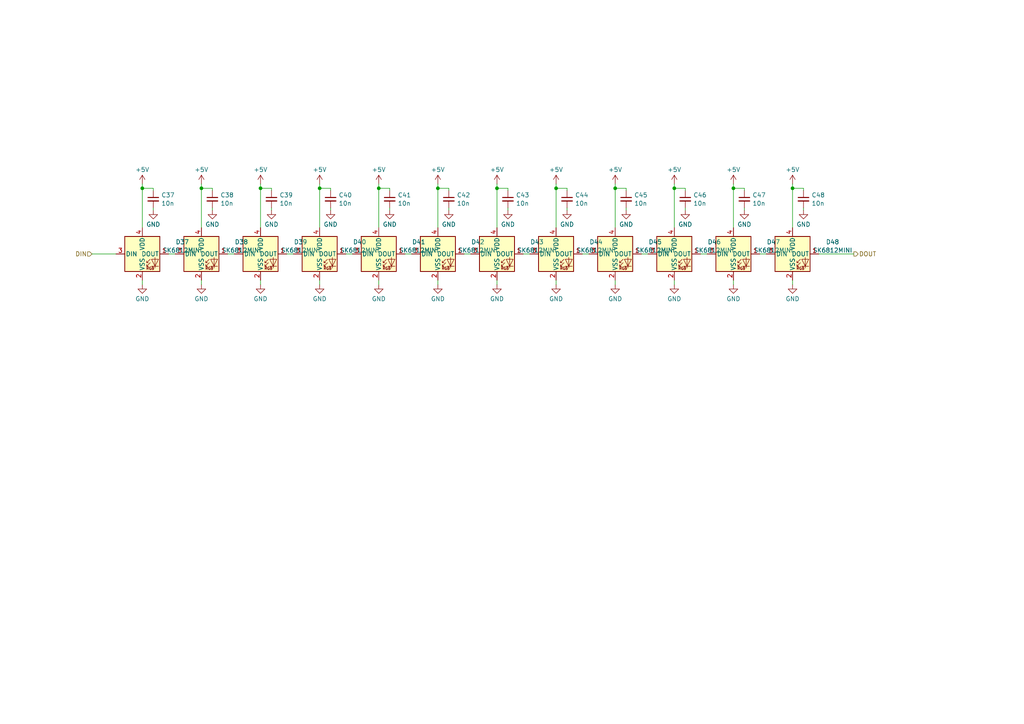
<source format=kicad_sch>
(kicad_sch (version 20231120) (generator "eeschema") (generator_version "8.0")
  (paper "A4")
  (lib_symbols
    (symbol "Device:C_Small" (pin_numbers hide) (pin_names (offset 0.254) hide)
      (property "Reference" "C" (at 0.254 1.778 0))
      (property "Value" "C_Small" (at 0.254 -2.032 0))
      (symbol "C_Small_0_1"
        (polyline (pts (xy -1.524 -0.508) (xy 1.524 -0.508)) (stroke (width 0.3302)))
        (polyline (pts (xy -1.524 0.508) (xy 1.524 0.508)) (stroke (width 0.3048)))
      )
      (symbol "C_Small_1_1"
        (pin passive line (at 0 2.54 270) (length 2.032) (name "~") (number "1"))
        (pin passive line (at 0 -2.54 90) (length 2.032) (name "~") (number "2"))
      )
    )
    (symbol "LED:SK6812MINI" (pin_names (offset 0.254))
      (property "Reference" "D" (at 5.08 5.715 0))
      (property "Value" "SK6812MINI" (at 1.27 -5.715 0))
      (symbol "SK6812MINI_0_0"
        (text "RGB" (at 2.286 -4.191 0) (effects (font (size 0.762 0.762))))
      )
      (symbol "SK6812MINI_0_1"
        (polyline (pts (xy 1.27 -3.556) (xy 1.778 -3.556)))
        (polyline (pts (xy 1.27 -2.54) (xy 1.778 -2.54)))
        (polyline (pts (xy 4.699 -3.556) (xy 2.667 -3.556)))
        (polyline (pts (xy 2.286 -2.54) (xy 1.27 -3.556) (xy 1.27 -3.048)))
        (polyline (pts (xy 2.286 -1.524) (xy 1.27 -2.54) (xy 1.27 -2.032)))
        (polyline (pts (xy 3.683 -1.016) (xy 3.683 -3.556) (xy 3.683 -4.064)))
        (polyline (pts (xy 4.699 -1.524) (xy 2.667 -1.524) (xy 3.683 -3.556) (xy 4.699 -1.524)))
        (rectangle (start 5.08 5.08) (end -5.08 -5.08) (stroke (width 0.254)) (fill (type background)))
      )
      (symbol "SK6812MINI_1_1"
        (pin output line (at 7.62 0 180) (length 2.54) (name "DOUT") (number "1"))
        (pin power_in line (at 0 -7.62 90) (length 2.54) (name "VSS") (number "2"))
        (pin input line (at -7.62 0 0) (length 2.54) (name "DIN") (number "3"))
        (pin power_in line (at 0 7.62 270) (length 2.54) (name "VDD") (number "4"))
      )
    )
    (symbol "power:+5V" (power) (pin_names (offset 0))
      (property "Value" "+5V" (at 0 3.556 0))
      (symbol "+5V_0_1"
        (polyline (pts (xy -0.762 1.27) (xy 0 2.54)))
        (polyline (pts (xy 0 0) (xy 0 2.54)))
        (polyline (pts (xy 0 2.54) (xy 0.762 1.27)))
      )
      (symbol "+5V_1_1"
        (pin power_in line (at 0 0 90) (length 0) hide (name "+5V") (number "1"))
      )
    )
    (symbol "power:GND" (power) (pin_names (offset 0))
      (property "Value" "GND" (at 0 -3.81 0))
      (symbol "GND_0_1"
        (polyline (pts (xy 0 0) (xy 0 -1.27) (xy 1.27 -1.27) (xy 0 -2.54) (xy -1.27 -1.27) (xy 0 -1.27)))
      )
      (symbol "GND_1_1"
        (pin power_in line (at 0 0 270) (length 0) hide (name "GND") (number "1"))
      )
    )
  )
  (junction (at 229.87 54.61))
  (junction (at 212.725 54.61))
  (junction (at 127 54.61))
  (junction (at 92.71 54.61))
  (junction (at 58.42 54.61))
  (junction (at 178.435 54.61))
  (junction (at 161.29 54.61))
  (junction (at 109.855 54.61))
  (junction (at 41.275 54.61))
  (junction (at 195.58 54.61))
  (junction (at 144.145 54.61))
  (junction (at 75.565 54.61))
  (wire (pts (xy 78.74 60.325) (xy 78.74 60.96)))
  (wire (pts (xy 127 54.61) (xy 130.175 54.61)))
  (wire (pts (xy 41.275 54.61) (xy 44.45 54.61)))
  (wire (pts (xy 195.58 81.28) (xy 195.58 82.55)))
  (wire (pts (xy 164.465 60.325) (xy 164.465 60.96)))
  (wire (pts (xy 95.885 54.61) (xy 95.885 55.245)))
  (wire (pts (xy 178.435 54.61) (xy 181.61 54.61)))
  (wire (pts (xy 178.435 54.61) (xy 178.435 66.04)))
  (wire (pts (xy 144.145 53.34) (xy 144.145 54.61)))
  (wire (pts (xy 195.58 54.61) (xy 198.755 54.61)))
  (wire (pts (xy 58.42 54.61) (xy 61.595 54.61)))
  (wire (pts (xy 198.755 54.61) (xy 198.755 55.245)))
  (wire (pts (xy 44.45 54.61) (xy 44.45 55.245)))
  (wire (pts (xy 61.595 60.325) (xy 61.595 60.96)))
  (wire (pts (xy 198.755 60.325) (xy 198.755 60.96)))
  (wire (pts (xy 195.58 53.34) (xy 195.58 54.61)))
  (wire (pts (xy 117.475 73.66) (xy 119.38 73.66)))
  (wire (pts (xy 212.725 81.28) (xy 212.725 82.55)))
  (wire (pts (xy 220.345 73.66) (xy 222.25 73.66)))
  (wire (pts (xy 41.275 53.34) (xy 41.275 54.61)))
  (wire (pts (xy 109.855 54.61) (xy 109.855 66.04)))
  (wire (pts (xy 75.565 54.61) (xy 78.74 54.61)))
  (wire (pts (xy 212.725 54.61) (xy 215.9 54.61)))
  (wire (pts (xy 186.055 73.66) (xy 187.96 73.66)))
  (wire (pts (xy 147.32 54.61) (xy 147.32 55.245)))
  (wire (pts (xy 127 54.61) (xy 127 66.04)))
  (wire (pts (xy 147.32 60.325) (xy 147.32 60.96)))
  (wire (pts (xy 75.565 54.61) (xy 75.565 66.04)))
  (wire (pts (xy 95.885 60.325) (xy 95.885 60.96)))
  (wire (pts (xy 92.71 81.28) (xy 92.71 82.55)))
  (wire (pts (xy 144.145 54.61) (xy 147.32 54.61)))
  (wire (pts (xy 212.725 53.34) (xy 212.725 54.61)))
  (wire (pts (xy 229.87 81.28) (xy 229.87 82.55)))
  (wire (pts (xy 161.29 53.34) (xy 161.29 54.61)))
  (wire (pts (xy 237.49 73.66) (xy 247.65 73.66)))
  (wire (pts (xy 41.275 81.28) (xy 41.275 82.55)))
  (wire (pts (xy 161.29 81.28) (xy 161.29 82.55)))
  (wire (pts (xy 229.87 53.34) (xy 229.87 54.61)))
  (wire (pts (xy 151.765 73.66) (xy 153.67 73.66)))
  (wire (pts (xy 58.42 81.28) (xy 58.42 82.55)))
  (wire (pts (xy 48.895 73.66) (xy 50.8 73.66)))
  (wire (pts (xy 58.42 54.61) (xy 58.42 66.04)))
  (wire (pts (xy 127 81.28) (xy 127 82.55)))
  (wire (pts (xy 168.91 73.66) (xy 170.815 73.66)))
  (wire (pts (xy 130.175 60.325) (xy 130.175 60.96)))
  (wire (pts (xy 109.855 81.28) (xy 109.855 82.55)))
  (wire (pts (xy 178.435 53.34) (xy 178.435 54.61)))
  (wire (pts (xy 144.145 81.28) (xy 144.145 82.55)))
  (wire (pts (xy 26.67 73.66) (xy 33.655 73.66)))
  (wire (pts (xy 215.9 54.61) (xy 215.9 55.245)))
  (wire (pts (xy 92.71 54.61) (xy 95.885 54.61)))
  (wire (pts (xy 233.045 54.61) (xy 233.045 55.245)))
  (wire (pts (xy 215.9 60.325) (xy 215.9 60.96)))
  (wire (pts (xy 109.855 54.61) (xy 113.03 54.61)))
  (wire (pts (xy 178.435 81.28) (xy 178.435 82.55)))
  (wire (pts (xy 113.03 54.61) (xy 113.03 55.245)))
  (wire (pts (xy 164.465 54.61) (xy 164.465 55.245)))
  (wire (pts (xy 229.87 54.61) (xy 233.045 54.61)))
  (wire (pts (xy 212.725 54.61) (xy 212.725 66.04)))
  (wire (pts (xy 100.33 73.66) (xy 102.235 73.66)))
  (wire (pts (xy 75.565 81.28) (xy 75.565 82.55)))
  (wire (pts (xy 92.71 54.61) (xy 92.71 66.04)))
  (wire (pts (xy 83.185 73.66) (xy 85.09 73.66)))
  (wire (pts (xy 113.03 60.325) (xy 113.03 60.96)))
  (wire (pts (xy 130.175 54.61) (xy 130.175 55.245)))
  (wire (pts (xy 181.61 60.325) (xy 181.61 60.96)))
  (wire (pts (xy 78.74 54.61) (xy 78.74 55.245)))
  (wire (pts (xy 134.62 73.66) (xy 136.525 73.66)))
  (wire (pts (xy 181.61 54.61) (xy 181.61 55.245)))
  (wire (pts (xy 109.855 53.34) (xy 109.855 54.61)))
  (wire (pts (xy 41.275 54.61) (xy 41.275 66.04)))
  (wire (pts (xy 195.58 54.61) (xy 195.58 66.04)))
  (wire (pts (xy 127 53.34) (xy 127 54.61)))
  (wire (pts (xy 61.595 54.61) (xy 61.595 55.245)))
  (wire (pts (xy 144.145 54.61) (xy 144.145 66.04)))
  (wire (pts (xy 233.045 60.325) (xy 233.045 60.96)))
  (wire (pts (xy 92.71 53.34) (xy 92.71 54.61)))
  (wire (pts (xy 161.29 54.61) (xy 164.465 54.61)))
  (wire (pts (xy 203.2 73.66) (xy 205.105 73.66)))
  (wire (pts (xy 66.04 73.66) (xy 67.945 73.66)))
  (wire (pts (xy 161.29 54.61) (xy 161.29 66.04)))
  (wire (pts (xy 58.42 53.34) (xy 58.42 54.61)))
  (wire (pts (xy 229.87 54.61) (xy 229.87 66.04)))
  (wire (pts (xy 44.45 60.325) (xy 44.45 60.96)))
  (wire (pts (xy 75.565 53.34) (xy 75.565 54.61)))
  (hierarchical_label "DOUT" (shape output) (at 247.65 73.66 0))
  (hierarchical_label "DIN" (shape input) (at 26.67 73.66 180))
  (symbol (lib_id "LED:SK6812MINI") (at 92.71 73.66 0) (unit 1)
    (property "Reference" "D40" (at 104.3177 70.1858 0))
    (property "Value" "SK6812MINI" (at 104.3177 72.61 0))
    (property "Footprint" "local:LED_SK6812MINI_PLCC4_3.5x3.5mm_P1.75mm" (effects (hide yes)))
    (property "Datasheet" "https://cdn-shop.adafruit.com/product-files/2686/SK6812MINI_REV.01-1-2.pdf" (effects (hide yes)))
    (instances (project "96leds" (path "" (reference "D40") (unit 1)) (path "" (reference "D28") (unit 1)) (path "" (reference "D88") (unit 1)) (path "" (reference "D76") (unit 1)) (path "" (reference "D4") (unit 1)) (path "" (reference "D16") (unit 1)) (path "" (reference "D64") (unit 1)) (path "" (reference "D52") (unit 1))))
  )
  (symbol (lib_id "Device:C_Small") (at 147.32 57.785 0) (unit 1)
    (property "Reference" "C43" (at 149.6441 56.5792 0) (effects (justify left)))
    (property "Value" "10n" (at 149.6441 59.0034 0) (effects (justify left)))
    (property "Footprint" "Capacitor_SMD:C_0603_1608Metric" (effects (hide yes)))
    (instances (project "96leds" (path "" (reference "C43") (unit 1)) (path "" (reference "C31") (unit 1)) (path "" (reference "C91") (unit 1)) (path "" (reference "C79") (unit 1)) (path "" (reference "C7") (unit 1)) (path "" (reference "C19") (unit 1)) (path "" (reference "C67") (unit 1)) (path "" (reference "C55") (unit 1))))
  )
  (symbol (lib_id "Device:C_Small") (at 164.465 57.785 0) (unit 1)
    (property "Reference" "C44" (at 166.7891 56.5792 0) (effects (justify left)))
    (property "Value" "10n" (at 166.7891 59.0034 0) (effects (justify left)))
    (property "Footprint" "Capacitor_SMD:C_0603_1608Metric" (effects (hide yes)))
    (instances (project "96leds" (path "" (reference "C44") (unit 1)) (path "" (reference "C32") (unit 1)) (path "" (reference "C92") (unit 1)) (path "" (reference "C80") (unit 1)) (path "" (reference "C8") (unit 1)) (path "" (reference "C20") (unit 1)) (path "" (reference "C68") (unit 1)) (path "" (reference "C56") (unit 1))))
  )
  (symbol (lib_id "power:+5V") (at 195.58 53.34 0) (unit 1)
    (property "Reference" "#PWR030" (effects (hide yes)))
    (property "Value" "+5V" (at 195.58 49.2069 0))
    (instances (project "96leds" (path "" (reference "#PWR030") (unit 1)) (path "" (reference "#PWR066") (unit 1)) (path "" (reference "#PWR0138") (unit 1)) (path "" (reference "#PWR0102") (unit 1)) (path "" (reference "#PWR0210") (unit 1)) (path "" (reference "#PWR0174") (unit 1)) (path "" (reference "#PWR0282") (unit 1)) (path "" (reference "#PWR0246") (unit 1))))
  )
  (symbol (lib_id "power:+5V") (at 41.275 53.34 0) (unit 1)
    (property "Reference" "#PWR03" (effects (hide yes)))
    (property "Value" "+5V" (at 41.275 49.2069 0))
    (instances (project "96leds" (path "" (reference "#PWR03") (unit 1)) (path "" (reference "#PWR039") (unit 1)) (path "" (reference "#PWR0111") (unit 1)) (path "" (reference "#PWR075") (unit 1)) (path "" (reference "#PWR0183") (unit 1)) (path "" (reference "#PWR0147") (unit 1)) (path "" (reference "#PWR0255") (unit 1)) (path "" (reference "#PWR0219") (unit 1))))
  )
  (symbol (lib_id "power:+5V") (at 92.71 53.34 0) (unit 1)
    (property "Reference" "#PWR012" (effects (hide yes)))
    (property "Value" "+5V" (at 92.71 49.2069 0))
    (instances (project "96leds" (path "" (reference "#PWR012") (unit 1)) (path "" (reference "#PWR048") (unit 1)) (path "" (reference "#PWR0120") (unit 1)) (path "" (reference "#PWR084") (unit 1)) (path "" (reference "#PWR0192") (unit 1)) (path "" (reference "#PWR0156") (unit 1)) (path "" (reference "#PWR0264") (unit 1)) (path "" (reference "#PWR0228") (unit 1))))
  )
  (symbol (lib_id "power:GND") (at 127 82.55 0) (unit 1)
    (property "Reference" "#PWR019" (effects (hide yes)))
    (property "Value" "GND" (at 127 86.6831 0))
    (instances (project "96leds" (path "" (reference "#PWR019") (unit 1)) (path "" (reference "#PWR055") (unit 1)) (path "" (reference "#PWR0127") (unit 1)) (path "" (reference "#PWR091") (unit 1)) (path "" (reference "#PWR0199") (unit 1)) (path "" (reference "#PWR0163") (unit 1)) (path "" (reference "#PWR0271") (unit 1)) (path "" (reference "#PWR0235") (unit 1))))
  )
  (symbol (lib_id "LED:SK6812MINI") (at 178.435 73.66 0) (unit 1)
    (property "Reference" "D45" (at 190.0427 70.1858 0))
    (property "Value" "SK6812MINI" (at 190.0427 72.61 0))
    (property "Footprint" "local:LED_SK6812MINI_PLCC4_3.5x3.5mm_P1.75mm" (effects (hide yes)))
    (property "Datasheet" "https://cdn-shop.adafruit.com/product-files/2686/SK6812MINI_REV.01-1-2.pdf" (effects (hide yes)))
    (instances (project "96leds" (path "" (reference "D45") (unit 1)) (path "" (reference "D33") (unit 1)) (path "" (reference "D93") (unit 1)) (path "" (reference "D81") (unit 1)) (path "" (reference "D9") (unit 1)) (path "" (reference "D21") (unit 1)) (path "" (reference "D69") (unit 1)) (path "" (reference "D57") (unit 1))))
  )
  (symbol (lib_id "power:GND") (at 198.755 60.96 0) (unit 1)
    (property "Reference" "#PWR032" (effects (hide yes)))
    (property "Value" "GND" (at 198.755 65.0931 0))
    (instances (project "96leds" (path "" (reference "#PWR032") (unit 1)) (path "" (reference "#PWR068") (unit 1)) (path "" (reference "#PWR0140") (unit 1)) (path "" (reference "#PWR0104") (unit 1)) (path "" (reference "#PWR0212") (unit 1)) (path "" (reference "#PWR0176") (unit 1)) (path "" (reference "#PWR0284") (unit 1)) (path "" (reference "#PWR0248") (unit 1))))
  )
  (symbol (lib_id "power:GND") (at 181.61 60.96 0) (unit 1)
    (property "Reference" "#PWR029" (effects (hide yes)))
    (property "Value" "GND" (at 181.61 65.0931 0))
    (instances (project "96leds" (path "" (reference "#PWR029") (unit 1)) (path "" (reference "#PWR065") (unit 1)) (path "" (reference "#PWR0137") (unit 1)) (path "" (reference "#PWR0101") (unit 1)) (path "" (reference "#PWR0209") (unit 1)) (path "" (reference "#PWR0173") (unit 1)) (path "" (reference "#PWR0281") (unit 1)) (path "" (reference "#PWR0245") (unit 1))))
  )
  (symbol (lib_id "Device:C_Small") (at 215.9 57.785 0) (unit 1)
    (property "Reference" "C47" (at 218.2241 56.5792 0) (effects (justify left)))
    (property "Value" "10n" (at 218.2241 59.0034 0) (effects (justify left)))
    (property "Footprint" "Capacitor_SMD:C_0603_1608Metric" (effects (hide yes)))
    (instances (project "96leds" (path "" (reference "C47") (unit 1)) (path "" (reference "C35") (unit 1)) (path "" (reference "C95") (unit 1)) (path "" (reference "C83") (unit 1)) (path "" (reference "C11") (unit 1)) (path "" (reference "C23") (unit 1)) (path "" (reference "C71") (unit 1)) (path "" (reference "C59") (unit 1))))
  )
  (symbol (lib_id "power:+5V") (at 212.725 53.34 0) (unit 1)
    (property "Reference" "#PWR033" (effects (hide yes)))
    (property "Value" "+5V" (at 212.725 49.2069 0))
    (instances (project "96leds" (path "" (reference "#PWR033") (unit 1)) (path "" (reference "#PWR069") (unit 1)) (path "" (reference "#PWR0141") (unit 1)) (path "" (reference "#PWR0105") (unit 1)) (path "" (reference "#PWR0213") (unit 1)) (path "" (reference "#PWR0177") (unit 1)) (path "" (reference "#PWR0285") (unit 1)) (path "" (reference "#PWR0249") (unit 1))))
  )
  (symbol (lib_id "power:GND") (at 41.275 82.55 0) (unit 1)
    (property "Reference" "#PWR04" (effects (hide yes)))
    (property "Value" "GND" (at 41.275 86.6831 0))
    (instances (project "96leds" (path "" (reference "#PWR04") (unit 1)) (path "" (reference "#PWR040") (unit 1)) (path "" (reference "#PWR0112") (unit 1)) (path "" (reference "#PWR076") (unit 1)) (path "" (reference "#PWR0184") (unit 1)) (path "" (reference "#PWR0148") (unit 1)) (path "" (reference "#PWR0256") (unit 1)) (path "" (reference "#PWR0220") (unit 1))))
  )
  (symbol (lib_id "power:GND") (at 61.595 60.96 0) (unit 1)
    (property "Reference" "#PWR08" (effects (hide yes)))
    (property "Value" "GND" (at 61.595 65.0931 0))
    (instances (project "96leds" (path "" (reference "#PWR08") (unit 1)) (path "" (reference "#PWR044") (unit 1)) (path "" (reference "#PWR0116") (unit 1)) (path "" (reference "#PWR080") (unit 1)) (path "" (reference "#PWR0188") (unit 1)) (path "" (reference "#PWR0152") (unit 1)) (path "" (reference "#PWR0260") (unit 1)) (path "" (reference "#PWR0224") (unit 1))))
  )
  (symbol (lib_id "LED:SK6812MINI") (at 212.725 73.66 0) (unit 1)
    (property "Reference" "D47" (at 224.3327 70.1858 0))
    (property "Value" "SK6812MINI" (at 224.3327 72.61 0))
    (property "Footprint" "local:LED_SK6812MINI_PLCC4_3.5x3.5mm_P1.75mm" (effects (hide yes)))
    (property "Datasheet" "https://cdn-shop.adafruit.com/product-files/2686/SK6812MINI_REV.01-1-2.pdf" (effects (hide yes)))
    (instances (project "96leds" (path "" (reference "D47") (unit 1)) (path "" (reference "D35") (unit 1)) (path "" (reference "D95") (unit 1)) (path "" (reference "D83") (unit 1)) (path "" (reference "D11") (unit 1)) (path "" (reference "D23") (unit 1)) (path "" (reference "D71") (unit 1)) (path "" (reference "D59") (unit 1))))
  )
  (symbol (lib_id "power:GND") (at 212.725 82.55 0) (unit 1)
    (property "Reference" "#PWR034" (effects (hide yes)))
    (property "Value" "GND" (at 212.725 86.6831 0))
    (instances (project "96leds" (path "" (reference "#PWR034") (unit 1)) (path "" (reference "#PWR070") (unit 1)) (path "" (reference "#PWR0142") (unit 1)) (path "" (reference "#PWR0106") (unit 1)) (path "" (reference "#PWR0214") (unit 1)) (path "" (reference "#PWR0178") (unit 1)) (path "" (reference "#PWR0286") (unit 1)) (path "" (reference "#PWR0250") (unit 1))))
  )
  (symbol (lib_id "Device:C_Small") (at 78.74 57.785 0) (unit 1)
    (property "Reference" "C39" (at 81.0641 56.5792 0) (effects (justify left)))
    (property "Value" "10n" (at 81.0641 59.0034 0) (effects (justify left)))
    (property "Footprint" "Capacitor_SMD:C_0603_1608Metric" (effects (hide yes)))
    (instances (project "96leds" (path "" (reference "C39") (unit 1)) (path "" (reference "C27") (unit 1)) (path "" (reference "C87") (unit 1)) (path "" (reference "C75") (unit 1)) (path "" (reference "C3") (unit 1)) (path "" (reference "C15") (unit 1)) (path "" (reference "C63") (unit 1)) (path "" (reference "C51") (unit 1))))
  )
  (symbol (lib_id "Device:C_Small") (at 95.885 57.785 0) (unit 1)
    (property "Reference" "C40" (at 98.2091 56.5792 0) (effects (justify left)))
    (property "Value" "10n" (at 98.2091 59.0034 0) (effects (justify left)))
    (property "Footprint" "Capacitor_SMD:C_0603_1608Metric" (effects (hide yes)))
    (instances (project "96leds" (path "" (reference "C40") (unit 1)) (path "" (reference "C28") (unit 1)) (path "" (reference "C88") (unit 1)) (path "" (reference "C76") (unit 1)) (path "" (reference "C4") (unit 1)) (path "" (reference "C16") (unit 1)) (path "" (reference "C64") (unit 1)) (path "" (reference "C52") (unit 1))))
  )
  (symbol (lib_id "Device:C_Small") (at 233.045 57.785 0) (unit 1)
    (property "Reference" "C48" (at 235.3691 56.5792 0) (effects (justify left)))
    (property "Value" "10n" (at 235.3691 59.0034 0) (effects (justify left)))
    (property "Footprint" "Capacitor_SMD:C_0603_1608Metric" (effects (hide yes)))
    (instances (project "96leds" (path "" (reference "C48") (unit 1)) (path "" (reference "C36") (unit 1)) (path "" (reference "C96") (unit 1)) (path "" (reference "C84") (unit 1)) (path "" (reference "C12") (unit 1)) (path "" (reference "C24") (unit 1)) (path "" (reference "C72") (unit 1)) (path "" (reference "C60") (unit 1))))
  )
  (symbol (lib_id "power:GND") (at 229.87 82.55 0) (unit 1)
    (property "Reference" "#PWR037" (effects (hide yes)))
    (property "Value" "GND" (at 229.87 86.6831 0))
    (instances (project "96leds" (path "" (reference "#PWR037") (unit 1)) (path "" (reference "#PWR073") (unit 1)) (path "" (reference "#PWR0145") (unit 1)) (path "" (reference "#PWR0109") (unit 1)) (path "" (reference "#PWR0217") (unit 1)) (path "" (reference "#PWR0181") (unit 1)) (path "" (reference "#PWR0289") (unit 1)) (path "" (reference "#PWR0253") (unit 1))))
  )
  (symbol (lib_id "LED:SK6812MINI") (at 144.145 73.66 0) (unit 1)
    (property "Reference" "D43" (at 155.7527 70.1858 0))
    (property "Value" "SK6812MINI" (at 155.7527 72.61 0))
    (property "Footprint" "local:LED_SK6812MINI_PLCC4_3.5x3.5mm_P1.75mm" (effects (hide yes)))
    (property "Datasheet" "https://cdn-shop.adafruit.com/product-files/2686/SK6812MINI_REV.01-1-2.pdf" (effects (hide yes)))
    (instances (project "96leds" (path "" (reference "D43") (unit 1)) (path "" (reference "D31") (unit 1)) (path "" (reference "D91") (unit 1)) (path "" (reference "D79") (unit 1)) (path "" (reference "D7") (unit 1)) (path "" (reference "D19") (unit 1)) (path "" (reference "D67") (unit 1)) (path "" (reference "D55") (unit 1))))
  )
  (symbol (lib_id "power:GND") (at 44.45 60.96 0) (unit 1)
    (property "Reference" "#PWR05" (effects (hide yes)))
    (property "Value" "GND" (at 44.45 65.0931 0))
    (instances (project "96leds" (path "" (reference "#PWR05") (unit 1)) (path "" (reference "#PWR041") (unit 1)) (path "" (reference "#PWR0113") (unit 1)) (path "" (reference "#PWR077") (unit 1)) (path "" (reference "#PWR0185") (unit 1)) (path "" (reference "#PWR0149") (unit 1)) (path "" (reference "#PWR0257") (unit 1)) (path "" (reference "#PWR0221") (unit 1))))
  )
  (symbol (lib_id "Device:C_Small") (at 181.61 57.785 0) (unit 1)
    (property "Reference" "C45" (at 183.9341 56.5792 0) (effects (justify left)))
    (property "Value" "10n" (at 183.9341 59.0034 0) (effects (justify left)))
    (property "Footprint" "Capacitor_SMD:C_0603_1608Metric" (effects (hide yes)))
    (instances (project "96leds" (path "" (reference "C45") (unit 1)) (path "" (reference "C33") (unit 1)) (path "" (reference "C93") (unit 1)) (path "" (reference "C81") (unit 1)) (path "" (reference "C9") (unit 1)) (path "" (reference "C21") (unit 1)) (path "" (reference "C69") (unit 1)) (path "" (reference "C57") (unit 1))))
  )
  (symbol (lib_id "power:GND") (at 130.175 60.96 0) (unit 1)
    (property "Reference" "#PWR020" (effects (hide yes)))
    (property "Value" "GND" (at 130.175 65.0931 0))
    (instances (project "96leds" (path "" (reference "#PWR020") (unit 1)) (path "" (reference "#PWR056") (unit 1)) (path "" (reference "#PWR0128") (unit 1)) (path "" (reference "#PWR092") (unit 1)) (path "" (reference "#PWR0200") (unit 1)) (path "" (reference "#PWR0164") (unit 1)) (path "" (reference "#PWR0272") (unit 1)) (path "" (reference "#PWR0236") (unit 1))))
  )
  (symbol (lib_id "power:GND") (at 113.03 60.96 0) (unit 1)
    (property "Reference" "#PWR017" (effects (hide yes)))
    (property "Value" "GND" (at 113.03 65.0931 0))
    (instances (project "96leds" (path "" (reference "#PWR017") (unit 1)) (path "" (reference "#PWR053") (unit 1)) (path "" (reference "#PWR0125") (unit 1)) (path "" (reference "#PWR089") (unit 1)) (path "" (reference "#PWR0197") (unit 1)) (path "" (reference "#PWR0161") (unit 1)) (path "" (reference "#PWR0269") (unit 1)) (path "" (reference "#PWR0233") (unit 1))))
  )
  (symbol (lib_id "power:GND") (at 233.045 60.96 0) (unit 1)
    (property "Reference" "#PWR038" (effects (hide yes)))
    (property "Value" "GND" (at 233.045 65.0931 0))
    (instances (project "96leds" (path "" (reference "#PWR038") (unit 1)) (path "" (reference "#PWR074") (unit 1)) (path "" (reference "#PWR0146") (unit 1)) (path "" (reference "#PWR0110") (unit 1)) (path "" (reference "#PWR0218") (unit 1)) (path "" (reference "#PWR0182") (unit 1)) (path "" (reference "#PWR0290") (unit 1)) (path "" (reference "#PWR0254") (unit 1))))
  )
  (symbol (lib_id "power:+5V") (at 58.42 53.34 0) (unit 1)
    (property "Reference" "#PWR06" (effects (hide yes)))
    (property "Value" "+5V" (at 58.42 49.2069 0))
    (instances (project "96leds" (path "" (reference "#PWR06") (unit 1)) (path "" (reference "#PWR042") (unit 1)) (path "" (reference "#PWR0114") (unit 1)) (path "" (reference "#PWR078") (unit 1)) (path "" (reference "#PWR0186") (unit 1)) (path "" (reference "#PWR0150") (unit 1)) (path "" (reference "#PWR0258") (unit 1)) (path "" (reference "#PWR0222") (unit 1))))
  )
  (symbol (lib_id "power:GND") (at 75.565 82.55 0) (unit 1)
    (property "Reference" "#PWR010" (effects (hide yes)))
    (property "Value" "GND" (at 75.565 86.6831 0))
    (instances (project "96leds" (path "" (reference "#PWR010") (unit 1)) (path "" (reference "#PWR046") (unit 1)) (path "" (reference "#PWR0118") (unit 1)) (path "" (reference "#PWR082") (unit 1)) (path "" (reference "#PWR0190") (unit 1)) (path "" (reference "#PWR0154") (unit 1)) (path "" (reference "#PWR0262") (unit 1)) (path "" (reference "#PWR0226") (unit 1))))
  )
  (symbol (lib_id "power:+5V") (at 161.29 53.34 0) (unit 1)
    (property "Reference" "#PWR024" (effects (hide yes)))
    (property "Value" "+5V" (at 161.29 49.2069 0))
    (instances (project "96leds" (path "" (reference "#PWR024") (unit 1)) (path "" (reference "#PWR060") (unit 1)) (path "" (reference "#PWR0132") (unit 1)) (path "" (reference "#PWR096") (unit 1)) (path "" (reference "#PWR0204") (unit 1)) (path "" (reference "#PWR0168") (unit 1)) (path "" (reference "#PWR0276") (unit 1)) (path "" (reference "#PWR0240") (unit 1))))
  )
  (symbol (lib_id "LED:SK6812MINI") (at 75.565 73.66 0) (unit 1)
    (property "Reference" "D39" (at 87.1727 70.1858 0))
    (property "Value" "SK6812MINI" (at 87.1727 72.61 0))
    (property "Footprint" "local:LED_SK6812MINI_PLCC4_3.5x3.5mm_P1.75mm" (effects (hide yes)))
    (property "Datasheet" "https://cdn-shop.adafruit.com/product-files/2686/SK6812MINI_REV.01-1-2.pdf" (effects (hide yes)))
    (instances (project "96leds" (path "" (reference "D39") (unit 1)) (path "" (reference "D27") (unit 1)) (path "" (reference "D87") (unit 1)) (path "" (reference "D75") (unit 1)) (path "" (reference "D3") (unit 1)) (path "" (reference "D15") (unit 1)) (path "" (reference "D63") (unit 1)) (path "" (reference "D51") (unit 1))))
  )
  (symbol (lib_id "power:GND") (at 58.42 82.55 0) (unit 1)
    (property "Reference" "#PWR07" (effects (hide yes)))
    (property "Value" "GND" (at 58.42 86.6831 0))
    (instances (project "96leds" (path "" (reference "#PWR07") (unit 1)) (path "" (reference "#PWR043") (unit 1)) (path "" (reference "#PWR0115") (unit 1)) (path "" (reference "#PWR079") (unit 1)) (path "" (reference "#PWR0187") (unit 1)) (path "" (reference "#PWR0151") (unit 1)) (path "" (reference "#PWR0259") (unit 1)) (path "" (reference "#PWR0223") (unit 1))))
  )
  (symbol (lib_id "power:+5V") (at 229.87 53.34 0) (unit 1)
    (property "Reference" "#PWR036" (effects (hide yes)))
    (property "Value" "+5V" (at 229.87 49.2069 0))
    (instances (project "96leds" (path "" (reference "#PWR036") (unit 1)) (path "" (reference "#PWR072") (unit 1)) (path "" (reference "#PWR0144") (unit 1)) (path "" (reference "#PWR0108") (unit 1)) (path "" (reference "#PWR0216") (unit 1)) (path "" (reference "#PWR0180") (unit 1)) (path "" (reference "#PWR0288") (unit 1)) (path "" (reference "#PWR0252") (unit 1))))
  )
  (symbol (lib_id "LED:SK6812MINI") (at 127 73.66 0) (unit 1)
    (property "Reference" "D42" (at 138.6077 70.1858 0))
    (property "Value" "SK6812MINI" (at 138.6077 72.61 0))
    (property "Footprint" "local:LED_SK6812MINI_PLCC4_3.5x3.5mm_P1.75mm" (effects (hide yes)))
    (property "Datasheet" "https://cdn-shop.adafruit.com/product-files/2686/SK6812MINI_REV.01-1-2.pdf" (effects (hide yes)))
    (instances (project "96leds" (path "" (reference "D42") (unit 1)) (path "" (reference "D30") (unit 1)) (path "" (reference "D90") (unit 1)) (path "" (reference "D78") (unit 1)) (path "" (reference "D6") (unit 1)) (path "" (reference "D18") (unit 1)) (path "" (reference "D66") (unit 1)) (path "" (reference "D54") (unit 1))))
  )
  (symbol (lib_id "power:GND") (at 161.29 82.55 0) (unit 1)
    (property "Reference" "#PWR025" (effects (hide yes)))
    (property "Value" "GND" (at 161.29 86.6831 0))
    (instances (project "96leds" (path "" (reference "#PWR025") (unit 1)) (path "" (reference "#PWR061") (unit 1)) (path "" (reference "#PWR0133") (unit 1)) (path "" (reference "#PWR097") (unit 1)) (path "" (reference "#PWR0205") (unit 1)) (path "" (reference "#PWR0169") (unit 1)) (path "" (reference "#PWR0277") (unit 1)) (path "" (reference "#PWR0241") (unit 1))))
  )
  (symbol (lib_id "power:GND") (at 195.58 82.55 0) (unit 1)
    (property "Reference" "#PWR031" (effects (hide yes)))
    (property "Value" "GND" (at 195.58 86.6831 0))
    (instances (project "96leds" (path "" (reference "#PWR031") (unit 1)) (path "" (reference "#PWR067") (unit 1)) (path "" (reference "#PWR0139") (unit 1)) (path "" (reference "#PWR0103") (unit 1)) (path "" (reference "#PWR0211") (unit 1)) (path "" (reference "#PWR0175") (unit 1)) (path "" (reference "#PWR0283") (unit 1)) (path "" (reference "#PWR0247") (unit 1))))
  )
  (symbol (lib_id "power:+5V") (at 75.565 53.34 0) (unit 1)
    (property "Reference" "#PWR09" (effects (hide yes)))
    (property "Value" "+5V" (at 75.565 49.2069 0))
    (instances (project "96leds" (path "" (reference "#PWR09") (unit 1)) (path "" (reference "#PWR045") (unit 1)) (path "" (reference "#PWR0117") (unit 1)) (path "" (reference "#PWR081") (unit 1)) (path "" (reference "#PWR0189") (unit 1)) (path "" (reference "#PWR0153") (unit 1)) (path "" (reference "#PWR0261") (unit 1)) (path "" (reference "#PWR0225") (unit 1))))
  )
  (symbol (lib_id "Device:C_Small") (at 113.03 57.785 0) (unit 1)
    (property "Reference" "C41" (at 115.3541 56.5792 0) (effects (justify left)))
    (property "Value" "10n" (at 115.3541 59.0034 0) (effects (justify left)))
    (property "Footprint" "Capacitor_SMD:C_0603_1608Metric" (effects (hide yes)))
    (instances (project "96leds" (path "" (reference "C41") (unit 1)) (path "" (reference "C29") (unit 1)) (path "" (reference "C89") (unit 1)) (path "" (reference "C77") (unit 1)) (path "" (reference "C5") (unit 1)) (path "" (reference "C17") (unit 1)) (path "" (reference "C65") (unit 1)) (path "" (reference "C53") (unit 1))))
  )
  (symbol (lib_id "power:GND") (at 215.9 60.96 0) (unit 1)
    (property "Reference" "#PWR035" (effects (hide yes)))
    (property "Value" "GND" (at 215.9 65.0931 0))
    (instances (project "96leds" (path "" (reference "#PWR035") (unit 1)) (path "" (reference "#PWR071") (unit 1)) (path "" (reference "#PWR0143") (unit 1)) (path "" (reference "#PWR0107") (unit 1)) (path "" (reference "#PWR0215") (unit 1)) (path "" (reference "#PWR0179") (unit 1)) (path "" (reference "#PWR0287") (unit 1)) (path "" (reference "#PWR0251") (unit 1))))
  )
  (symbol (lib_id "Device:C_Small") (at 44.45 57.785 0) (unit 1)
    (property "Reference" "C37" (at 46.7741 56.5792 0) (effects (justify left)))
    (property "Value" "10n" (at 46.7741 59.0034 0) (effects (justify left)))
    (property "Footprint" "Capacitor_SMD:C_0603_1608Metric" (effects (hide yes)))
    (instances (project "96leds" (path "" (reference "C37") (unit 1)) (path "" (reference "C25") (unit 1)) (path "" (reference "C85") (unit 1)) (path "" (reference "C73") (unit 1)) (path "" (reference "C1") (unit 1)) (path "" (reference "C13") (unit 1)) (path "" (reference "C61") (unit 1)) (path "" (reference "C49") (unit 1))))
  )
  (symbol (lib_id "Device:C_Small") (at 130.175 57.785 0) (unit 1)
    (property "Reference" "C42" (at 132.4991 56.5792 0) (effects (justify left)))
    (property "Value" "10n" (at 132.4991 59.0034 0) (effects (justify left)))
    (property "Footprint" "Capacitor_SMD:C_0603_1608Metric" (effects (hide yes)))
    (instances (project "96leds" (path "" (reference "C42") (unit 1)) (path "" (reference "C30") (unit 1)) (path "" (reference "C90") (unit 1)) (path "" (reference "C78") (unit 1)) (path "" (reference "C6") (unit 1)) (path "" (reference "C18") (unit 1)) (path "" (reference "C66") (unit 1)) (path "" (reference "C54") (unit 1))))
  )
  (symbol (lib_id "LED:SK6812MINI") (at 109.855 73.66 0) (unit 1)
    (property "Reference" "D41" (at 121.4627 70.1858 0))
    (property "Value" "SK6812MINI" (at 121.4627 72.61 0))
    (property "Footprint" "local:LED_SK6812MINI_PLCC4_3.5x3.5mm_P1.75mm" (effects (hide yes)))
    (property "Datasheet" "https://cdn-shop.adafruit.com/product-files/2686/SK6812MINI_REV.01-1-2.pdf" (effects (hide yes)))
    (instances (project "96leds" (path "" (reference "D41") (unit 1)) (path "" (reference "D29") (unit 1)) (path "" (reference "D89") (unit 1)) (path "" (reference "D77") (unit 1)) (path "" (reference "D5") (unit 1)) (path "" (reference "D17") (unit 1)) (path "" (reference "D65") (unit 1)) (path "" (reference "D53") (unit 1))))
  )
  (symbol (lib_id "Device:C_Small") (at 198.755 57.785 0) (unit 1)
    (property "Reference" "C46" (at 201.0791 56.5792 0) (effects (justify left)))
    (property "Value" "10n" (at 201.0791 59.0034 0) (effects (justify left)))
    (property "Footprint" "Capacitor_SMD:C_0603_1608Metric" (effects (hide yes)))
    (instances (project "96leds" (path "" (reference "C46") (unit 1)) (path "" (reference "C34") (unit 1)) (path "" (reference "C94") (unit 1)) (path "" (reference "C82") (unit 1)) (path "" (reference "C10") (unit 1)) (path "" (reference "C22") (unit 1)) (path "" (reference "C70") (unit 1)) (path "" (reference "C58") (unit 1))))
  )
  (symbol (lib_id "power:+5V") (at 109.855 53.34 0) (unit 1)
    (property "Reference" "#PWR015" (effects (hide yes)))
    (property "Value" "+5V" (at 109.855 49.2069 0))
    (instances (project "96leds" (path "" (reference "#PWR015") (unit 1)) (path "" (reference "#PWR051") (unit 1)) (path "" (reference "#PWR0123") (unit 1)) (path "" (reference "#PWR087") (unit 1)) (path "" (reference "#PWR0195") (unit 1)) (path "" (reference "#PWR0159") (unit 1)) (path "" (reference "#PWR0267") (unit 1)) (path "" (reference "#PWR0231") (unit 1))))
  )
  (symbol (lib_id "Device:C_Small") (at 61.595 57.785 0) (unit 1)
    (property "Reference" "C38" (at 63.9191 56.5792 0) (effects (justify left)))
    (property "Value" "10n" (at 63.9191 59.0034 0) (effects (justify left)))
    (property "Footprint" "Capacitor_SMD:C_0603_1608Metric" (effects (hide yes)))
    (instances (project "96leds" (path "" (reference "C38") (unit 1)) (path "" (reference "C26") (unit 1)) (path "" (reference "C86") (unit 1)) (path "" (reference "C74") (unit 1)) (path "" (reference "C2") (unit 1)) (path "" (reference "C14") (unit 1)) (path "" (reference "C62") (unit 1)) (path "" (reference "C50") (unit 1))))
  )
  (symbol (lib_id "LED:SK6812MINI") (at 229.87 73.66 0) (unit 1)
    (property "Reference" "D48" (at 241.4777 70.1858 0))
    (property "Value" "SK6812MINI" (at 241.4777 72.61 0))
    (property "Footprint" "local:LED_SK6812MINI_PLCC4_3.5x3.5mm_P1.75mm" (effects (hide yes)))
    (property "Datasheet" "https://cdn-shop.adafruit.com/product-files/2686/SK6812MINI_REV.01-1-2.pdf" (effects (hide yes)))
    (instances (project "96leds" (path "" (reference "D48") (unit 1)) (path "" (reference "D36") (unit 1)) (path "" (reference "D96") (unit 1)) (path "" (reference "D84") (unit 1)) (path "" (reference "D12") (unit 1)) (path "" (reference "D24") (unit 1)) (path "" (reference "D72") (unit 1)) (path "" (reference "D60") (unit 1))))
  )
  (symbol (lib_id "power:GND") (at 178.435 82.55 0) (unit 1)
    (property "Reference" "#PWR028" (effects (hide yes)))
    (property "Value" "GND" (at 178.435 86.6831 0))
    (instances (project "96leds" (path "" (reference "#PWR028") (unit 1)) (path "" (reference "#PWR064") (unit 1)) (path "" (reference "#PWR0136") (unit 1)) (path "" (reference "#PWR0100") (unit 1)) (path "" (reference "#PWR0208") (unit 1)) (path "" (reference "#PWR0172") (unit 1)) (path "" (reference "#PWR0280") (unit 1)) (path "" (reference "#PWR0244") (unit 1))))
  )
  (symbol (lib_id "LED:SK6812MINI") (at 58.42 73.66 0) (unit 1)
    (property "Reference" "D38" (at 70.0277 70.1858 0))
    (property "Value" "SK6812MINI" (at 70.0277 72.61 0))
    (property "Footprint" "local:LED_SK6812MINI_PLCC4_3.5x3.5mm_P1.75mm" (effects (hide yes)))
    (property "Datasheet" "https://cdn-shop.adafruit.com/product-files/2686/SK6812MINI_REV.01-1-2.pdf" (effects (hide yes)))
    (instances (project "96leds" (path "" (reference "D38") (unit 1)) (path "" (reference "D26") (unit 1)) (path "" (reference "D86") (unit 1)) (path "" (reference "D74") (unit 1)) (path "" (reference "D2") (unit 1)) (path "" (reference "D14") (unit 1)) (path "" (reference "D62") (unit 1)) (path "" (reference "D50") (unit 1))))
  )
  (symbol (lib_id "power:GND") (at 144.145 82.55 0) (unit 1)
    (property "Reference" "#PWR022" (effects (hide yes)))
    (property "Value" "GND" (at 144.145 86.6831 0))
    (instances (project "96leds" (path "" (reference "#PWR022") (unit 1)) (path "" (reference "#PWR058") (unit 1)) (path "" (reference "#PWR0130") (unit 1)) (path "" (reference "#PWR094") (unit 1)) (path "" (reference "#PWR0202") (unit 1)) (path "" (reference "#PWR0166") (unit 1)) (path "" (reference "#PWR0274") (unit 1)) (path "" (reference "#PWR0238") (unit 1))))
  )
  (symbol (lib_id "LED:SK6812MINI") (at 161.29 73.66 0) (unit 1)
    (property "Reference" "D44" (at 172.8977 70.1858 0))
    (property "Value" "SK6812MINI" (at 172.8977 72.61 0))
    (property "Footprint" "local:LED_SK6812MINI_PLCC4_3.5x3.5mm_P1.75mm" (effects (hide yes)))
    (property "Datasheet" "https://cdn-shop.adafruit.com/product-files/2686/SK6812MINI_REV.01-1-2.pdf" (effects (hide yes)))
    (instances (project "96leds" (path "" (reference "D44") (unit 1)) (path "" (reference "D32") (unit 1)) (path "" (reference "D92") (unit 1)) (path "" (reference "D80") (unit 1)) (path "" (reference "D8") (unit 1)) (path "" (reference "D20") (unit 1)) (path "" (reference "D68") (unit 1)) (path "" (reference "D56") (unit 1))))
  )
  (symbol (lib_id "LED:SK6812MINI") (at 195.58 73.66 0) (unit 1)
    (property "Reference" "D46" (at 207.1877 70.1858 0))
    (property "Value" "SK6812MINI" (at 207.1877 72.61 0))
    (property "Footprint" "local:LED_SK6812MINI_PLCC4_3.5x3.5mm_P1.75mm" (effects (hide yes)))
    (property "Datasheet" "https://cdn-shop.adafruit.com/product-files/2686/SK6812MINI_REV.01-1-2.pdf" (effects (hide yes)))
    (instances (project "96leds" (path "" (reference "D46") (unit 1)) (path "" (reference "D34") (unit 1)) (path "" (reference "D94") (unit 1)) (path "" (reference "D82") (unit 1)) (path "" (reference "D10") (unit 1)) (path "" (reference "D22") (unit 1)) (path "" (reference "D70") (unit 1)) (path "" (reference "D58") (unit 1))))
  )
  (symbol (lib_id "LED:SK6812MINI") (at 41.275 73.66 0) (unit 1)
    (property "Reference" "D37" (at 52.8827 70.1858 0))
    (property "Value" "SK6812MINI" (at 52.8827 72.61 0))
    (property "Footprint" "local:LED_SK6812MINI_PLCC4_3.5x3.5mm_P1.75mm" (effects (hide yes)))
    (property "Datasheet" "https://cdn-shop.adafruit.com/product-files/2686/SK6812MINI_REV.01-1-2.pdf" (effects (hide yes)))
    (instances (project "96leds" (path "" (reference "D37") (unit 1)) (path "" (reference "D25") (unit 1)) (path "" (reference "D85") (unit 1)) (path "" (reference "D73") (unit 1)) (path "" (reference "D1") (unit 1)) (path "" (reference "D13") (unit 1)) (path "" (reference "D61") (unit 1)) (path "" (reference "D49") (unit 1))))
  )
  (symbol (lib_id "power:+5V") (at 144.145 53.34 0) (unit 1)
    (property "Reference" "#PWR021" (effects (hide yes)))
    (property "Value" "+5V" (at 144.145 49.2069 0))
    (instances (project "96leds" (path "" (reference "#PWR021") (unit 1)) (path "" (reference "#PWR057") (unit 1)) (path "" (reference "#PWR0129") (unit 1)) (path "" (reference "#PWR093") (unit 1)) (path "" (reference "#PWR0201") (unit 1)) (path "" (reference "#PWR0165") (unit 1)) (path "" (reference "#PWR0273") (unit 1)) (path "" (reference "#PWR0237") (unit 1))))
  )
  (symbol (lib_id "power:GND") (at 147.32 60.96 0) (unit 1)
    (property "Reference" "#PWR023" (effects (hide yes)))
    (property "Value" "GND" (at 147.32 65.0931 0))
    (instances (project "96leds" (path "" (reference "#PWR023") (unit 1)) (path "" (reference "#PWR059") (unit 1)) (path "" (reference "#PWR0131") (unit 1)) (path "" (reference "#PWR095") (unit 1)) (path "" (reference "#PWR0203") (unit 1)) (path "" (reference "#PWR0167") (unit 1)) (path "" (reference "#PWR0275") (unit 1)) (path "" (reference "#PWR0239") (unit 1))))
  )
  (symbol (lib_id "power:+5V") (at 178.435 53.34 0) (unit 1)
    (property "Reference" "#PWR027" (effects (hide yes)))
    (property "Value" "+5V" (at 178.435 49.2069 0))
    (instances (project "96leds" (path "" (reference "#PWR027") (unit 1)) (path "" (reference "#PWR063") (unit 1)) (path "" (reference "#PWR0135") (unit 1)) (path "" (reference "#PWR099") (unit 1)) (path "" (reference "#PWR0207") (unit 1)) (path "" (reference "#PWR0171") (unit 1)) (path "" (reference "#PWR0279") (unit 1)) (path "" (reference "#PWR0243") (unit 1))))
  )
  (symbol (lib_id "power:GND") (at 92.71 82.55 0) (unit 1)
    (property "Reference" "#PWR013" (effects (hide yes)))
    (property "Value" "GND" (at 92.71 86.6831 0))
    (instances (project "96leds" (path "" (reference "#PWR013") (unit 1)) (path "" (reference "#PWR049") (unit 1)) (path "" (reference "#PWR0121") (unit 1)) (path "" (reference "#PWR085") (unit 1)) (path "" (reference "#PWR0193") (unit 1)) (path "" (reference "#PWR0157") (unit 1)) (path "" (reference "#PWR0265") (unit 1)) (path "" (reference "#PWR0229") (unit 1))))
  )
  (symbol (lib_id "power:GND") (at 78.74 60.96 0) (unit 1)
    (property "Reference" "#PWR011" (effects (hide yes)))
    (property "Value" "GND" (at 78.74 65.0931 0))
    (instances (project "96leds" (path "" (reference "#PWR011") (unit 1)) (path "" (reference "#PWR047") (unit 1)) (path "" (reference "#PWR0119") (unit 1)) (path "" (reference "#PWR083") (unit 1)) (path "" (reference "#PWR0191") (unit 1)) (path "" (reference "#PWR0155") (unit 1)) (path "" (reference "#PWR0263") (unit 1)) (path "" (reference "#PWR0227") (unit 1))))
  )
  (symbol (lib_id "power:GND") (at 95.885 60.96 0) (unit 1)
    (property "Reference" "#PWR014" (effects (hide yes)))
    (property "Value" "GND" (at 95.885 65.0931 0))
    (instances (project "96leds" (path "" (reference "#PWR014") (unit 1)) (path "" (reference "#PWR050") (unit 1)) (path "" (reference "#PWR0122") (unit 1)) (path "" (reference "#PWR086") (unit 1)) (path "" (reference "#PWR0194") (unit 1)) (path "" (reference "#PWR0158") (unit 1)) (path "" (reference "#PWR0266") (unit 1)) (path "" (reference "#PWR0230") (unit 1))))
  )
  (symbol (lib_id "power:GND") (at 164.465 60.96 0) (unit 1)
    (property "Reference" "#PWR026" (effects (hide yes)))
    (property "Value" "GND" (at 164.465 65.0931 0))
    (instances (project "96leds" (path "" (reference "#PWR026") (unit 1)) (path "" (reference "#PWR062") (unit 1)) (path "" (reference "#PWR0134") (unit 1)) (path "" (reference "#PWR098") (unit 1)) (path "" (reference "#PWR0206") (unit 1)) (path "" (reference "#PWR0170") (unit 1)) (path "" (reference "#PWR0278") (unit 1)) (path "" (reference "#PWR0242") (unit 1))))
  )
  (symbol (lib_id "power:GND") (at 109.855 82.55 0) (unit 1)
    (property "Reference" "#PWR016" (effects (hide yes)))
    (property "Value" "GND" (at 109.855 86.6831 0))
    (instances (project "96leds" (path "" (reference "#PWR016") (unit 1)) (path "" (reference "#PWR052") (unit 1)) (path "" (reference "#PWR0124") (unit 1)) (path "" (reference "#PWR088") (unit 1)) (path "" (reference "#PWR0196") (unit 1)) (path "" (reference "#PWR0160") (unit 1)) (path "" (reference "#PWR0268") (unit 1)) (path "" (reference "#PWR0232") (unit 1))))
  )
  (symbol (lib_id "power:+5V") (at 127 53.34 0) (unit 1)
    (property "Reference" "#PWR018" (effects (hide yes)))
    (property "Value" "+5V" (at 127 49.2069 0))
    (instances (project "96leds" (path "" (reference "#PWR018") (unit 1)) (path "" (reference "#PWR054") (unit 1)) (path "" (reference "#PWR0126") (unit 1)) (path "" (reference "#PWR090") (unit 1)) (path "" (reference "#PWR0198") (unit 1)) (path "" (reference "#PWR0162") (unit 1)) (path "" (reference "#PWR0270") (unit 1)) (path "" (reference "#PWR0234") (unit 1))))
  )
)
</source>
